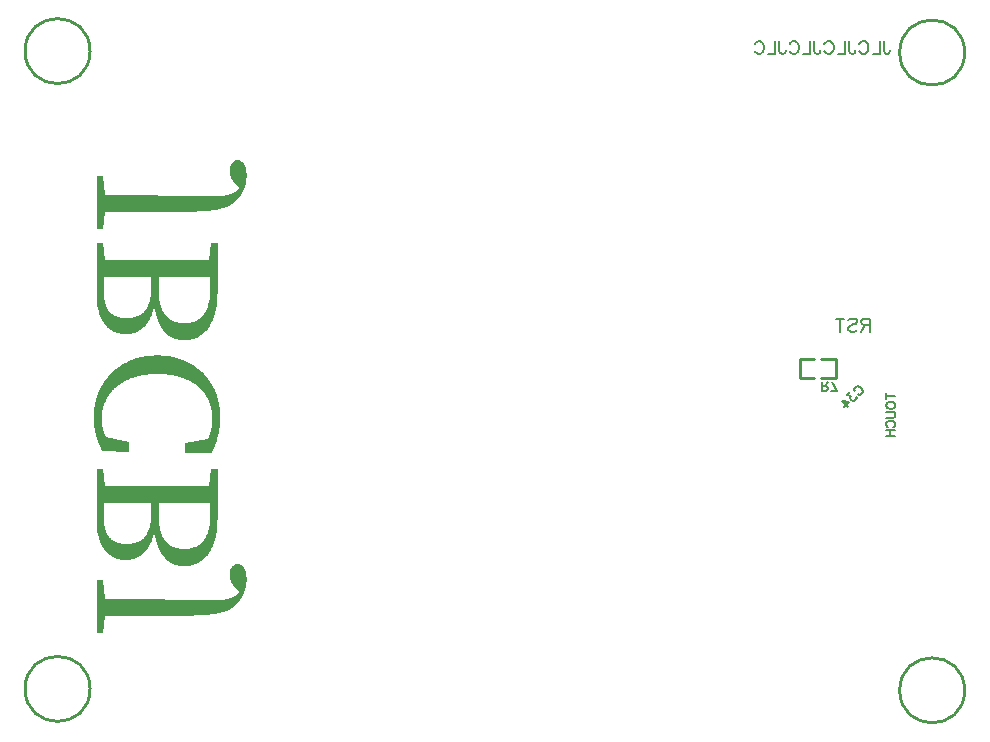
<source format=gbo>
G04 Layer: BottomSilkLayer*
G04 EasyEDA v6.3.39, 2020-04-30T23:39:24+05:30*
G04 1361d28c2fbe473eb46aea13557a18e3,781d2bfaae87481f995808756cab4c07,10*
G04 Gerber Generator version 0.2*
G04 Scale: 100 percent, Rotated: No, Reflected: No *
G04 Dimensions in inches *
G04 leading zeros omitted , absolute positions ,2 integer and 4 decimal *
%FSLAX24Y24*%
%MOIN*%
G90*
G70D02*

%ADD10C,0.010000*%
%ADD48C,0.008000*%
%ADD53C,0.006000*%

%LPD*%
G54D10*
G01X27133Y12211D02*
G01X27133Y11582D01*
G01X26405Y11584D02*
G01X25913Y11584D01*
G01X26405Y12213D02*
G01X25913Y12213D01*
G01X26641Y11582D02*
G01X27133Y11582D01*
G01X26641Y12211D02*
G01X27133Y12211D01*
G01X25913Y12213D02*
G01X25913Y11584D01*
G54D48*
G01X28247Y13570D02*
G01X28247Y13141D01*
G01X28247Y13570D02*
G01X28063Y13570D01*
G01X28001Y13550D01*
G01X27981Y13529D01*
G01X27961Y13488D01*
G01X27961Y13448D01*
G01X27981Y13407D01*
G01X28001Y13386D01*
G01X28063Y13366D01*
G01X28247Y13366D01*
G01X28104Y13366D02*
G01X27961Y13141D01*
G01X27539Y13509D02*
G01X27580Y13550D01*
G01X27641Y13570D01*
G01X27723Y13570D01*
G01X27785Y13550D01*
G01X27826Y13509D01*
G01X27826Y13468D01*
G01X27805Y13427D01*
G01X27785Y13407D01*
G01X27744Y13386D01*
G01X27621Y13345D01*
G01X27580Y13325D01*
G01X27560Y13304D01*
G01X27539Y13263D01*
G01X27539Y13202D01*
G01X27580Y13161D01*
G01X27641Y13141D01*
G01X27723Y13141D01*
G01X27785Y13161D01*
G01X27826Y13202D01*
G01X27261Y13570D02*
G01X27261Y13141D01*
G01X27404Y13570D02*
G01X27118Y13570D01*
G01X28728Y22822D02*
G01X28728Y22494D01*
G01X28748Y22433D01*
G01X28769Y22413D01*
G01X28810Y22392D01*
G01X28851Y22392D01*
G01X28891Y22413D01*
G01X28912Y22433D01*
G01X28932Y22494D01*
G01X28932Y22535D01*
G01X28593Y22822D02*
G01X28593Y22392D01*
G01X28593Y22392D02*
G01X28347Y22392D01*
G01X27906Y22719D02*
G01X27926Y22760D01*
G01X27967Y22801D01*
G01X28008Y22822D01*
G01X28090Y22822D01*
G01X28131Y22801D01*
G01X28171Y22760D01*
G01X28192Y22719D01*
G01X28212Y22658D01*
G01X28212Y22556D01*
G01X28192Y22494D01*
G01X28171Y22454D01*
G01X28131Y22413D01*
G01X28090Y22392D01*
G01X28008Y22392D01*
G01X27967Y22413D01*
G01X27926Y22454D01*
G01X27906Y22494D01*
G01X27566Y22822D02*
G01X27566Y22494D01*
G01X27586Y22433D01*
G01X27607Y22413D01*
G01X27648Y22392D01*
G01X27689Y22392D01*
G01X27730Y22413D01*
G01X27750Y22433D01*
G01X27771Y22494D01*
G01X27771Y22535D01*
G01X27431Y22822D02*
G01X27431Y22392D01*
G01X27431Y22392D02*
G01X27186Y22392D01*
G01X26744Y22719D02*
G01X26764Y22760D01*
G01X26805Y22801D01*
G01X26846Y22822D01*
G01X26928Y22822D01*
G01X26969Y22801D01*
G01X27010Y22760D01*
G01X27030Y22719D01*
G01X27051Y22658D01*
G01X27051Y22556D01*
G01X27030Y22494D01*
G01X27010Y22454D01*
G01X26969Y22413D01*
G01X26928Y22392D01*
G01X26846Y22392D01*
G01X26805Y22413D01*
G01X26764Y22454D01*
G01X26744Y22494D01*
G01X26404Y22822D02*
G01X26404Y22494D01*
G01X26425Y22433D01*
G01X26445Y22413D01*
G01X26486Y22392D01*
G01X26527Y22392D01*
G01X26568Y22413D01*
G01X26588Y22433D01*
G01X26609Y22494D01*
G01X26609Y22535D01*
G01X26269Y22822D02*
G01X26269Y22392D01*
G01X26269Y22392D02*
G01X26024Y22392D01*
G01X25582Y22719D02*
G01X25602Y22760D01*
G01X25643Y22801D01*
G01X25684Y22822D01*
G01X25766Y22822D01*
G01X25807Y22801D01*
G01X25848Y22760D01*
G01X25868Y22719D01*
G01X25889Y22658D01*
G01X25889Y22556D01*
G01X25868Y22494D01*
G01X25848Y22454D01*
G01X25807Y22413D01*
G01X25766Y22392D01*
G01X25684Y22392D01*
G01X25643Y22413D01*
G01X25602Y22454D01*
G01X25582Y22494D01*
G01X25242Y22822D02*
G01X25242Y22494D01*
G01X25263Y22433D01*
G01X25283Y22413D01*
G01X25324Y22392D01*
G01X25365Y22392D01*
G01X25406Y22413D01*
G01X25426Y22433D01*
G01X25447Y22494D01*
G01X25447Y22535D01*
G01X25107Y22822D02*
G01X25107Y22392D01*
G01X25107Y22392D02*
G01X24862Y22392D01*
G01X24420Y22719D02*
G01X24441Y22760D01*
G01X24481Y22801D01*
G01X24522Y22822D01*
G01X24604Y22822D01*
G01X24645Y22801D01*
G01X24686Y22760D01*
G01X24706Y22719D01*
G01X24727Y22658D01*
G01X24727Y22556D01*
G01X24706Y22494D01*
G01X24686Y22454D01*
G01X24645Y22413D01*
G01X24604Y22392D01*
G01X24522Y22392D01*
G01X24481Y22413D01*
G01X24441Y22454D01*
G01X24420Y22494D01*

%LPD*%
G36*
G01X7228Y18861D02*
G01X7206Y18868D01*
G01X7180Y18864D01*
G01X7156Y18858D01*
G01X7133Y18851D01*
G01X7112Y18843D01*
G01X7091Y18834D01*
G01X7072Y18824D01*
G01X7054Y18813D01*
G01X7037Y18801D01*
G01X7007Y18775D01*
G01X6981Y18745D01*
G01X6970Y18728D01*
G01X6960Y18711D01*
G01X6951Y18694D01*
G01X6943Y18675D01*
G01X6936Y18656D01*
G01X6930Y18636D01*
G01X6925Y18616D01*
G01X6921Y18595D01*
G01X6918Y18573D01*
G01X6914Y18529D01*
G01X6914Y18484D01*
G01X6915Y18463D01*
G01X6917Y18442D01*
G01X6920Y18422D01*
G01X6924Y18401D01*
G01X6928Y18381D01*
G01X6934Y18361D01*
G01X6940Y18340D01*
G01X6947Y18320D01*
G01X6955Y18299D01*
G01X6964Y18278D01*
G01X6975Y18258D01*
G01X6986Y18236D01*
G01X6998Y18215D01*
G01X7026Y18171D01*
G01X7042Y18148D01*
G01X7059Y18125D01*
G01X7077Y18101D01*
G01X7096Y18076D01*
G01X7233Y17916D01*
G01X7219Y17902D01*
G01X7205Y17887D01*
G01X7191Y17873D01*
G01X7176Y17860D01*
G01X7161Y17846D01*
G01X7145Y17834D01*
G01X7129Y17821D01*
G01X7113Y17809D01*
G01X7095Y17798D01*
G01X7078Y17787D01*
G01X7059Y17776D01*
G01X7041Y17766D01*
G01X7021Y17756D01*
G01X7002Y17747D01*
G01X6981Y17738D01*
G01X6960Y17730D01*
G01X6916Y17714D01*
G01X6870Y17700D01*
G01X6845Y17694D01*
G01X6821Y17688D01*
G01X6795Y17682D01*
G01X6769Y17677D01*
G01X6742Y17672D01*
G01X6686Y17664D01*
G01X6657Y17660D01*
G01X6627Y17657D01*
G01X6597Y17655D01*
G01X6533Y17651D01*
G01X6500Y17649D01*
G01X6467Y17648D01*
G01X6432Y17648D01*
G01X6397Y17647D01*
G01X6359Y17647D01*
G01X6351Y17648D01*
G01X6259Y17648D01*
G01X6241Y17649D01*
G01X6172Y17649D01*
G01X6162Y17650D01*
G01X6107Y17650D01*
G01X6095Y17651D01*
G01X6047Y17651D01*
G01X6034Y17652D01*
G01X5995Y17652D01*
G01X5982Y17653D01*
G01X5940Y17653D01*
G01X5926Y17654D01*
G01X5881Y17654D01*
G01X5866Y17655D01*
G01X5818Y17655D01*
G01X5802Y17656D01*
G01X5768Y17656D01*
G01X5751Y17657D01*
G01X5716Y17657D01*
G01X5698Y17658D01*
G01X5661Y17658D01*
G01X5642Y17659D01*
G01X5603Y17659D01*
G01X5583Y17660D01*
G01X5542Y17660D01*
G01X5521Y17661D01*
G01X5478Y17661D01*
G01X5457Y17662D01*
G01X5434Y17662D01*
G01X5412Y17663D01*
G01X5366Y17663D01*
G01X5342Y17664D01*
G01X5294Y17664D01*
G01X5269Y17665D01*
G01X5244Y17665D01*
G01X5218Y17666D01*
G01X5166Y17666D01*
G01X5140Y17667D01*
G01X5113Y17667D01*
G01X5085Y17668D01*
G01X5058Y17668D01*
G01X5029Y17669D01*
G01X4972Y17669D01*
G01X4942Y17670D01*
G01X4913Y17670D01*
G01X4882Y17671D01*
G01X4852Y17671D01*
G01X4821Y17672D01*
G01X4789Y17672D01*
G01X4757Y17673D01*
G01X4725Y17673D01*
G01X4692Y17674D01*
G01X4625Y17674D01*
G01X4591Y17675D01*
G01X4556Y17675D01*
G01X4521Y17676D01*
G01X4485Y17676D01*
G01X4449Y17677D01*
G01X4413Y17677D01*
G01X4376Y17678D01*
G01X4338Y17678D01*
G01X4300Y17679D01*
G01X4262Y17679D01*
G01X4223Y17680D01*
G01X4183Y17680D01*
G01X4143Y17681D01*
G01X4103Y17681D01*
G01X4062Y17682D01*
G01X4020Y17682D01*
G01X3979Y17683D01*
G01X3936Y17683D01*
G01X3893Y17684D01*
G01X3849Y17684D01*
G01X3805Y17685D01*
G01X3761Y17685D01*
G01X3716Y17686D01*
G01X3670Y17687D01*
G01X3624Y17687D01*
G01X3577Y17688D01*
G01X3530Y17688D01*
G01X3482Y17689D01*
G01X3433Y17689D01*
G01X3384Y17690D01*
G01X3335Y17690D01*
G01X3285Y17691D01*
G01X3234Y17691D01*
G01X3183Y17692D01*
G01X3131Y17692D01*
G01X3025Y17694D01*
G01X2971Y17694D01*
G01X2917Y17695D01*
G01X2862Y17695D01*
G01X2807Y17696D01*
G01X2751Y17696D01*
G01X2690Y18312D01*
G01X2481Y18312D01*
G01X2481Y16563D01*
G01X2690Y16563D01*
G01X2751Y17124D01*
G01X2775Y17125D01*
G01X2800Y17125D01*
G01X2824Y17126D01*
G01X2849Y17126D01*
G01X2923Y17128D01*
G01X2972Y17128D01*
G01X3021Y17129D01*
G01X3046Y17129D01*
G01X3070Y17130D01*
G01X3120Y17130D01*
G01X3144Y17131D01*
G01X3194Y17131D01*
G01X3219Y17132D01*
G01X3293Y17132D01*
G01X3318Y17133D01*
G01X3442Y17133D01*
G01X3467Y17134D01*
G01X3642Y17134D01*
G01X3667Y17135D01*
G01X5345Y17135D01*
G01X5381Y17136D01*
G01X5520Y17136D01*
G01X5553Y17137D01*
G01X5585Y17137D01*
G01X5617Y17138D01*
G01X5648Y17138D01*
G01X5678Y17139D01*
G01X5708Y17139D01*
G01X5737Y17140D01*
G01X5766Y17140D01*
G01X5794Y17141D01*
G01X5875Y17144D01*
G01X5901Y17145D01*
G01X5976Y17148D01*
G01X6000Y17149D01*
G01X6023Y17151D01*
G01X6046Y17152D01*
G01X6069Y17154D01*
G01X6092Y17155D01*
G01X6114Y17157D01*
G01X6135Y17159D01*
G01X6157Y17160D01*
G01X6178Y17162D01*
G01X6198Y17164D01*
G01X6219Y17166D01*
G01X6259Y17170D01*
G01X6278Y17173D01*
G01X6317Y17178D01*
G01X6391Y17188D01*
G01X6445Y17197D01*
G01X6463Y17201D01*
G01X6481Y17204D01*
G01X6498Y17207D01*
G01X6516Y17211D01*
G01X6533Y17215D01*
G01X6551Y17218D01*
G01X6578Y17224D01*
G01X6604Y17230D01*
G01X6656Y17244D01*
G01X6681Y17251D01*
G01X6706Y17259D01*
G01X6730Y17267D01*
G01X6754Y17276D01*
G01X6778Y17286D01*
G01X6801Y17295D01*
G01X6824Y17305D01*
G01X6847Y17316D01*
G01X6891Y17338D01*
G01X6954Y17374D01*
G01X6974Y17387D01*
G01X6994Y17401D01*
G01X7013Y17414D01*
G01X7033Y17428D01*
G01X7051Y17442D01*
G01X7070Y17457D01*
G01X7087Y17472D01*
G01X7105Y17487D01*
G01X7139Y17519D01*
G01X7155Y17535D01*
G01X7171Y17552D01*
G01X7187Y17568D01*
G01X7202Y17585D01*
G01X7217Y17603D01*
G01X7231Y17620D01*
G01X7259Y17656D01*
G01X7272Y17675D01*
G01X7284Y17693D01*
G01X7297Y17712D01*
G01X7309Y17731D01*
G01X7320Y17751D01*
G01X7332Y17770D01*
G01X7342Y17790D01*
G01X7353Y17810D01*
G01X7363Y17830D01*
G01X7372Y17850D01*
G01X7382Y17871D01*
G01X7390Y17891D01*
G01X7399Y17912D01*
G01X7407Y17933D01*
G01X7421Y17975D01*
G01X7428Y17997D01*
G01X7435Y18018D01*
G01X7440Y18040D01*
G01X7446Y18062D01*
G01X7451Y18083D01*
G01X7456Y18105D01*
G01X7460Y18127D01*
G01X7464Y18150D01*
G01X7468Y18172D01*
G01X7471Y18194D01*
G01X7473Y18216D01*
G01X7476Y18239D01*
G01X7477Y18261D01*
G01X7479Y18284D01*
G01X7480Y18306D01*
G01X7481Y18329D01*
G01X7481Y18376D01*
G01X7480Y18401D01*
G01X7479Y18425D01*
G01X7477Y18449D01*
G01X7471Y18497D01*
G01X7468Y18520D01*
G01X7464Y18543D01*
G01X7459Y18566D01*
G01X7447Y18610D01*
G01X7440Y18631D01*
G01X7432Y18652D01*
G01X7424Y18672D01*
G01X7404Y18710D01*
G01X7393Y18728D01*
G01X7381Y18745D01*
G01X7368Y18762D01*
G01X7354Y18777D01*
G01X7339Y18792D01*
G01X7323Y18806D01*
G01X7306Y18819D01*
G01X7288Y18831D01*
G01X7269Y18842D01*
G01X7249Y18852D01*
G01X7228Y18861D01*
G37*

%LPD*%
G36*
G01X2690Y16090D02*
G01X2481Y16090D01*
G01X2481Y14337D01*
G01X2484Y14244D01*
G01X2486Y14213D01*
G01X2490Y14153D01*
G01X2496Y14095D01*
G01X2499Y14067D01*
G01X2503Y14038D01*
G01X2507Y14011D01*
G01X2512Y13983D01*
G01X2522Y13929D01*
G01X2534Y13877D01*
G01X2546Y13827D01*
G01X2553Y13802D01*
G01X2561Y13778D01*
G01X2568Y13754D01*
G01X2576Y13730D01*
G01X2584Y13707D01*
G01X2593Y13684D01*
G01X2601Y13662D01*
G01X2611Y13640D01*
G01X2620Y13618D01*
G01X2640Y13576D01*
G01X2650Y13556D01*
G01X2672Y13516D01*
G01X2694Y13478D01*
G01X2730Y13424D01*
G01X2756Y13390D01*
G01X2782Y13358D01*
G01X2796Y13342D01*
G01X2824Y13312D01*
G01X2838Y13298D01*
G01X2868Y13270D01*
G01X2883Y13257D01*
G01X2899Y13244D01*
G01X2914Y13232D01*
G01X2946Y13208D01*
G01X2963Y13197D01*
G01X2979Y13187D01*
G01X2996Y13176D01*
G01X3013Y13166D01*
G01X3030Y13157D01*
G01X3066Y13139D01*
G01X3083Y13131D01*
G01X3102Y13123D01*
G01X3138Y13109D01*
G01X3157Y13102D01*
G01X3195Y13090D01*
G01X3214Y13085D01*
G01X3234Y13080D01*
G01X3254Y13076D01*
G01X3273Y13072D01*
G01X3293Y13068D01*
G01X3314Y13065D01*
G01X3334Y13062D01*
G01X3355Y13060D01*
G01X3375Y13058D01*
G01X3396Y13056D01*
G01X3417Y13055D01*
G01X3438Y13055D01*
G01X3460Y13054D01*
G01X3479Y13055D01*
G01X3499Y13055D01*
G01X3518Y13056D01*
G01X3538Y13058D01*
G01X3557Y13059D01*
G01X3576Y13062D01*
G01X3596Y13064D01*
G01X3615Y13068D01*
G01X3634Y13071D01*
G01X3672Y13079D01*
G01X3691Y13084D01*
G01X3709Y13090D01*
G01X3728Y13095D01*
G01X3746Y13101D01*
G01X3765Y13108D01*
G01X3783Y13115D01*
G01X3837Y13139D01*
G01X3855Y13148D01*
G01X3872Y13157D01*
G01X3889Y13167D01*
G01X3907Y13177D01*
G01X3941Y13199D01*
G01X3957Y13211D01*
G01X3974Y13223D01*
G01X4006Y13249D01*
G01X4038Y13277D01*
G01X4054Y13292D01*
G01X4069Y13307D01*
G01X4099Y13339D01*
G01X4114Y13356D01*
G01X4128Y13373D01*
G01X4143Y13391D01*
G01X4156Y13409D01*
G01X4184Y13447D01*
G01X4210Y13487D01*
G01X4223Y13508D01*
G01X4259Y13574D01*
G01X4271Y13597D01*
G01X4293Y13645D01*
G01X4303Y13670D01*
G01X4314Y13695D01*
G01X4334Y13747D01*
G01X4343Y13774D01*
G01X4361Y13830D01*
G01X4377Y13888D01*
G01X4385Y13918D01*
G01X4406Y14011D01*
G01X4411Y13978D01*
G01X4416Y13944D01*
G01X4422Y13912D01*
G01X4428Y13879D01*
G01X4434Y13848D01*
G01X4441Y13817D01*
G01X4447Y13786D01*
G01X4455Y13756D01*
G01X4462Y13726D01*
G01X4470Y13697D01*
G01X4486Y13641D01*
G01X4504Y13587D01*
G01X4513Y13561D01*
G01X4523Y13535D01*
G01X4532Y13509D01*
G01X4542Y13485D01*
G01X4553Y13460D01*
G01X4563Y13437D01*
G01X4574Y13413D01*
G01X4585Y13391D01*
G01X4597Y13368D01*
G01X4608Y13347D01*
G01X4620Y13325D01*
G01X4632Y13305D01*
G01X4645Y13284D01*
G01X4658Y13265D01*
G01X4670Y13245D01*
G01X4684Y13227D01*
G01X4697Y13208D01*
G01X4711Y13191D01*
G01X4724Y13173D01*
G01X4738Y13156D01*
G01X4753Y13140D01*
G01X4767Y13124D01*
G01X4812Y13079D01*
G01X4827Y13066D01*
G01X4843Y13052D01*
G01X4875Y13026D01*
G01X4907Y13002D01*
G01X4941Y12980D01*
G01X4975Y12960D01*
G01X5009Y12942D01*
G01X5027Y12933D01*
G01X5063Y12917D01*
G01X5099Y12903D01*
G01X5137Y12891D01*
G01X5155Y12886D01*
G01X5174Y12880D01*
G01X5194Y12876D01*
G01X5232Y12868D01*
G01X5252Y12864D01*
G01X5271Y12861D01*
G01X5291Y12859D01*
G01X5311Y12856D01*
G01X5331Y12855D01*
G01X5351Y12853D01*
G01X5372Y12852D01*
G01X5392Y12852D01*
G01X5413Y12851D01*
G01X5430Y12852D01*
G01X5447Y12852D01*
G01X5464Y12853D01*
G01X5482Y12854D01*
G01X5499Y12855D01*
G01X5567Y12863D01*
G01X5601Y12869D01*
G01X5669Y12885D01*
G01X5685Y12890D01*
G01X5719Y12900D01*
G01X5735Y12906D01*
G01X5752Y12912D01*
G01X5768Y12918D01*
G01X5784Y12925D01*
G01X5801Y12932D01*
G01X5817Y12939D01*
G01X5849Y12954D01*
G01X5865Y12963D01*
G01X5880Y12971D01*
G01X5896Y12980D01*
G01X5912Y12990D01*
G01X5927Y12999D01*
G01X5942Y13009D01*
G01X5958Y13020D01*
G01X5973Y13030D01*
G01X5988Y13041D01*
G01X6003Y13053D01*
G01X6017Y13065D01*
G01X6032Y13077D01*
G01X6046Y13089D01*
G01X6061Y13102D01*
G01X6075Y13115D01*
G01X6089Y13129D01*
G01X6102Y13143D01*
G01X6116Y13157D01*
G01X6130Y13172D01*
G01X6156Y13202D01*
G01X6182Y13234D01*
G01X6194Y13250D01*
G01X6207Y13267D01*
G01X6219Y13284D01*
G01X6255Y13338D01*
G01X6277Y13376D01*
G01X6310Y13436D01*
G01X6330Y13478D01*
G01X6350Y13522D01*
G01X6359Y13544D01*
G01X6377Y13590D01*
G01X6395Y13638D01*
G01X6403Y13662D01*
G01X6411Y13687D01*
G01X6418Y13712D01*
G01X6426Y13738D01*
G01X6440Y13790D01*
G01X6452Y13844D01*
G01X6464Y13900D01*
G01X6470Y13929D01*
G01X6475Y13958D01*
G01X6479Y13987D01*
G01X6484Y14017D01*
G01X6488Y14048D01*
G01X6492Y14078D01*
G01X6496Y14110D01*
G01X6499Y14141D01*
G01X6502Y14173D01*
G01X6508Y14272D01*
G01X6510Y14306D01*
G01X6511Y14341D01*
G01X6512Y14375D01*
G01X6513Y14411D01*
G01X6513Y16090D01*
G01X6304Y16090D01*
G01X6243Y15529D01*
G01X6218Y15529D01*
G01X6168Y15528D01*
G01X6143Y15527D01*
G01X6068Y15526D01*
G01X6043Y15526D01*
G01X5993Y15525D01*
G01X5967Y15525D01*
G01X5942Y15524D01*
G01X5892Y15524D01*
G01X5867Y15523D01*
G01X5817Y15523D01*
G01X5792Y15522D01*
G01X5691Y15522D01*
G01X5666Y15521D01*
G01X5591Y15521D01*
G01X5540Y15520D01*
G01X5389Y15520D01*
G01X5364Y15519D01*
G01X4985Y15519D01*
G01X4960Y15518D01*
G01X4016Y15518D01*
G01X3991Y15519D01*
G01X3618Y15519D01*
G01X3593Y15520D01*
G01X3494Y15520D01*
G01X3395Y15521D01*
G01X3320Y15521D01*
G01X3296Y15522D01*
G01X3196Y15522D01*
G01X3172Y15523D01*
G01X3122Y15523D01*
G01X3097Y15524D01*
G01X3048Y15524D01*
G01X3023Y15525D01*
G01X2998Y15525D01*
G01X2924Y15526D01*
G01X2899Y15527D01*
G01X2850Y15527D01*
G01X2825Y15528D01*
G01X2800Y15528D01*
G01X2776Y15529D01*
G01X2751Y15529D01*
G01X2690Y16090D01*
G37*

%LPC*%
G36*
G01X5315Y14968D02*
G01X4549Y14968D01*
G01X4549Y14557D01*
G01X4550Y14526D01*
G01X4551Y14494D01*
G01X4553Y14464D01*
G01X4554Y14433D01*
G01X4556Y14403D01*
G01X4558Y14374D01*
G01X4561Y14345D01*
G01X4567Y14289D01*
G01X4571Y14261D01*
G01X4574Y14234D01*
G01X4578Y14208D01*
G01X4588Y14156D01*
G01X4593Y14131D01*
G01X4598Y14107D01*
G01X4603Y14082D01*
G01X4609Y14059D01*
G01X4616Y14035D01*
G01X4622Y14013D01*
G01X4629Y13990D01*
G01X4636Y13968D01*
G01X4643Y13947D01*
G01X4651Y13926D01*
G01X4667Y13886D01*
G01X4676Y13866D01*
G01X4694Y13828D01*
G01X4704Y13810D01*
G01X4713Y13792D01*
G01X4723Y13775D01*
G01X4745Y13741D01*
G01X4767Y13709D01*
G01X4779Y13694D01*
G01X4790Y13679D01*
G01X4803Y13665D01*
G01X4815Y13651D01*
G01X4854Y13612D01*
G01X4882Y13588D01*
G01X4896Y13577D01*
G01X4926Y13555D01*
G01X4941Y13545D01*
G01X4957Y13535D01*
G01X4972Y13526D01*
G01X4989Y13517D01*
G01X5005Y13509D01*
G01X5039Y13493D01*
G01X5073Y13479D01*
G01X5091Y13473D01*
G01X5110Y13467D01*
G01X5128Y13461D01*
G01X5166Y13451D01*
G01X5185Y13447D01*
G01X5225Y13439D01*
G01X5245Y13436D01*
G01X5266Y13433D01*
G01X5286Y13430D01*
G01X5308Y13428D01*
G01X5329Y13426D01*
G01X5373Y13424D01*
G01X5395Y13424D01*
G01X5418Y13423D01*
G01X5441Y13424D01*
G01X5463Y13424D01*
G01X5485Y13425D01*
G01X5529Y13429D01*
G01X5550Y13431D01*
G01X5571Y13434D01*
G01X5592Y13438D01*
G01X5612Y13441D01*
G01X5633Y13446D01*
G01X5652Y13450D01*
G01X5672Y13455D01*
G01X5729Y13473D01*
G01X5747Y13480D01*
G01X5765Y13488D01*
G01X5783Y13495D01*
G01X5801Y13504D01*
G01X5818Y13512D01*
G01X5835Y13521D01*
G01X5883Y13551D01*
G01X5899Y13562D01*
G01X5914Y13573D01*
G01X5944Y13597D01*
G01X5959Y13610D01*
G01X5973Y13623D01*
G01X6000Y13650D01*
G01X6013Y13664D01*
G01X6026Y13679D01*
G01X6038Y13694D01*
G01X6051Y13710D01*
G01X6062Y13726D01*
G01X6074Y13743D01*
G01X6096Y13777D01*
G01X6107Y13795D01*
G01X6117Y13813D01*
G01X6137Y13851D01*
G01X6146Y13870D01*
G01X6155Y13890D01*
G01X6164Y13911D01*
G01X6180Y13953D01*
G01X6188Y13975D01*
G01X6202Y14019D01*
G01X6209Y14042D01*
G01X6227Y14114D01*
G01X6237Y14164D01*
G01X6241Y14190D01*
G01X6246Y14216D01*
G01X6250Y14242D01*
G01X6253Y14269D01*
G01X6257Y14296D01*
G01X6260Y14324D01*
G01X6262Y14352D01*
G01X6265Y14381D01*
G01X6266Y14410D01*
G01X6268Y14439D01*
G01X6269Y14469D01*
G01X6270Y14500D01*
G01X6271Y14530D01*
G01X6271Y14957D01*
G01X6247Y14958D01*
G01X6223Y14958D01*
G01X6175Y14959D01*
G01X6150Y14960D01*
G01X6102Y14960D01*
G01X6078Y14961D01*
G01X6006Y14962D01*
G01X5981Y14962D01*
G01X5957Y14963D01*
G01X5884Y14963D01*
G01X5860Y14964D01*
G01X5811Y14964D01*
G01X5787Y14965D01*
G01X5689Y14965D01*
G01X5664Y14966D01*
G01X5540Y14966D01*
G01X5515Y14967D01*
G01X5340Y14967D01*
G01X5315Y14968D01*
G37*
G36*
G01X4302Y14968D02*
G01X3628Y14968D01*
G01X3603Y14967D01*
G01X3454Y14967D01*
G01X3404Y14966D01*
G01X3281Y14966D01*
G01X3256Y14965D01*
G01X3182Y14965D01*
G01X3157Y14964D01*
G01X3108Y14964D01*
G01X3084Y14963D01*
G01X3035Y14963D01*
G01X3010Y14962D01*
G01X2961Y14962D01*
G01X2839Y14960D01*
G01X2815Y14959D01*
G01X2791Y14959D01*
G01X2766Y14958D01*
G01X2742Y14958D01*
G01X2718Y14957D01*
G01X2718Y14476D01*
G01X2720Y14420D01*
G01X2722Y14392D01*
G01X2726Y14338D01*
G01X2729Y14312D01*
G01X2731Y14287D01*
G01X2735Y14261D01*
G01X2738Y14237D01*
G01X2746Y14189D01*
G01X2751Y14165D01*
G01X2756Y14143D01*
G01X2761Y14120D01*
G01X2767Y14098D01*
G01X2773Y14077D01*
G01X2780Y14056D01*
G01X2786Y14036D01*
G01X2794Y14016D01*
G01X2801Y13996D01*
G01X2817Y13958D01*
G01X2826Y13940D01*
G01X2835Y13923D01*
G01X2845Y13906D01*
G01X2854Y13889D01*
G01X2865Y13873D01*
G01X2875Y13857D01*
G01X2886Y13841D01*
G01X2898Y13827D01*
G01X2909Y13812D01*
G01X2922Y13798D01*
G01X2934Y13785D01*
G01X2947Y13772D01*
G01X2961Y13759D01*
G01X2974Y13747D01*
G01X2989Y13735D01*
G01X3003Y13724D01*
G01X3018Y13714D01*
G01X3034Y13703D01*
G01X3049Y13693D01*
G01X3066Y13684D01*
G01X3082Y13675D01*
G01X3100Y13667D01*
G01X3117Y13659D01*
G01X3135Y13651D01*
G01X3153Y13644D01*
G01X3191Y13632D01*
G01X3211Y13626D01*
G01X3231Y13621D01*
G01X3252Y13616D01*
G01X3294Y13608D01*
G01X3316Y13604D01*
G01X3338Y13602D01*
G01X3361Y13599D01*
G01X3384Y13597D01*
G01X3408Y13595D01*
G01X3432Y13594D01*
G01X3457Y13594D01*
G01X3482Y13593D01*
G01X3506Y13594D01*
G01X3531Y13594D01*
G01X3554Y13595D01*
G01X3578Y13597D01*
G01X3601Y13599D01*
G01X3623Y13601D01*
G01X3667Y13607D01*
G01X3689Y13611D01*
G01X3710Y13615D01*
G01X3731Y13620D01*
G01X3771Y13630D01*
G01X3809Y13642D01*
G01X3847Y13656D01*
G01X3865Y13664D01*
G01X3882Y13672D01*
G01X3900Y13681D01*
G01X3916Y13690D01*
G01X3933Y13699D01*
G01X3949Y13709D01*
G01X3965Y13720D01*
G01X3980Y13730D01*
G01X4010Y13754D01*
G01X4024Y13766D01*
G01X4052Y13792D01*
G01X4065Y13805D01*
G01X4078Y13820D01*
G01X4090Y13834D01*
G01X4102Y13849D01*
G01X4114Y13865D01*
G01X4136Y13897D01*
G01X4147Y13914D01*
G01X4157Y13931D01*
G01X4167Y13949D01*
G01X4177Y13968D01*
G01X4195Y14006D01*
G01X4211Y14046D01*
G01X4219Y14067D01*
G01X4226Y14088D01*
G01X4240Y14132D01*
G01X4247Y14155D01*
G01X4253Y14178D01*
G01X4258Y14202D01*
G01X4264Y14226D01*
G01X4268Y14251D01*
G01X4273Y14276D01*
G01X4281Y14328D01*
G01X4285Y14355D01*
G01X4288Y14382D01*
G01X4294Y14438D01*
G01X4296Y14466D01*
G01X4298Y14496D01*
G01X4299Y14525D01*
G01X4300Y14556D01*
G01X4301Y14586D01*
G01X4302Y14618D01*
G01X4302Y14968D01*
G37*

%LPD*%
G36*
G01X4544Y12345D02*
G01X4443Y12345D01*
G01X4417Y12344D01*
G01X4342Y12341D01*
G01X4242Y12333D01*
G01X4218Y12330D01*
G01X4194Y12328D01*
G01X4169Y12325D01*
G01X4145Y12321D01*
G01X4121Y12318D01*
G01X4073Y12310D01*
G01X4050Y12306D01*
G01X4026Y12301D01*
G01X4003Y12297D01*
G01X3979Y12292D01*
G01X3956Y12287D01*
G01X3933Y12281D01*
G01X3910Y12276D01*
G01X3887Y12270D01*
G01X3865Y12264D01*
G01X3842Y12257D01*
G01X3820Y12251D01*
G01X3797Y12244D01*
G01X3731Y12223D01*
G01X3709Y12215D01*
G01X3688Y12207D01*
G01X3666Y12199D01*
G01X3624Y12183D01*
G01X3540Y12147D01*
G01X3520Y12138D01*
G01X3500Y12128D01*
G01X3479Y12118D01*
G01X3459Y12108D01*
G01X3420Y12087D01*
G01X3400Y12077D01*
G01X3362Y12055D01*
G01X3342Y12043D01*
G01X3323Y12032D01*
G01X3305Y12020D01*
G01X3286Y12008D01*
G01X3268Y11996D01*
G01X3249Y11984D01*
G01X3231Y11972D01*
G01X3195Y11946D01*
G01X3178Y11933D01*
G01X3160Y11920D01*
G01X3126Y11893D01*
G01X3109Y11880D01*
G01X3075Y11852D01*
G01X3059Y11838D01*
G01X3042Y11823D01*
G01X3026Y11809D01*
G01X2994Y11779D01*
G01X2979Y11764D01*
G01X2963Y11749D01*
G01X2933Y11717D01*
G01X2903Y11686D01*
G01X2875Y11653D01*
G01X2860Y11637D01*
G01X2846Y11620D01*
G01X2833Y11604D01*
G01X2819Y11587D01*
G01X2806Y11570D01*
G01X2792Y11552D01*
G01X2779Y11535D01*
G01X2767Y11518D01*
G01X2754Y11500D01*
G01X2742Y11482D01*
G01X2729Y11464D01*
G01X2705Y11428D01*
G01X2694Y11409D01*
G01X2682Y11391D01*
G01X2649Y11334D01*
G01X2639Y11315D01*
G01X2618Y11276D01*
G01X2608Y11256D01*
G01X2598Y11237D01*
G01X2588Y11217D01*
G01X2561Y11157D01*
G01X2552Y11136D01*
G01X2544Y11116D01*
G01X2535Y11095D01*
G01X2519Y11053D01*
G01X2512Y11032D01*
G01X2504Y11011D01*
G01X2497Y10990D01*
G01X2490Y10968D01*
G01X2483Y10947D01*
G01X2477Y10925D01*
G01X2470Y10904D01*
G01X2458Y10860D01*
G01X2453Y10838D01*
G01X2447Y10815D01*
G01X2442Y10793D01*
G01X2437Y10770D01*
G01X2432Y10748D01*
G01X2423Y10702D01*
G01X2419Y10680D01*
G01X2416Y10657D01*
G01X2409Y10610D01*
G01X2406Y10587D01*
G01X2403Y10563D01*
G01X2400Y10540D01*
G01X2398Y10516D01*
G01X2396Y10493D01*
G01X2392Y10445D01*
G01X2389Y10373D01*
G01X2388Y10348D01*
G01X2388Y10256D01*
G01X2389Y10234D01*
G01X2389Y10211D01*
G01X2391Y10167D01*
G01X2392Y10144D01*
G01X2394Y10121D01*
G01X2395Y10098D01*
G01X2399Y10052D01*
G01X2402Y10029D01*
G01X2404Y10006D01*
G01X2407Y9982D01*
G01X2410Y9959D01*
G01X2413Y9935D01*
G01X2421Y9887D01*
G01X2425Y9864D01*
G01X2429Y9840D01*
G01X2434Y9815D01*
G01X2444Y9767D01*
G01X2450Y9743D01*
G01X2455Y9718D01*
G01X2462Y9694D01*
G01X2468Y9670D01*
G01X2482Y9620D01*
G01X2489Y9596D01*
G01X2505Y9546D01*
G01X2514Y9522D01*
G01X2522Y9497D01*
G01X2531Y9472D01*
G01X2541Y9447D01*
G01X2551Y9423D01*
G01X2561Y9398D01*
G01X2594Y9323D01*
G01X2618Y9273D01*
G01X2630Y9249D01*
G01X2643Y9224D01*
G01X2685Y9149D01*
G01X3570Y9138D01*
G01X3570Y9468D01*
G01X2800Y9617D01*
G01X2787Y9643D01*
G01X2775Y9670D01*
G01X2764Y9696D01*
G01X2753Y9721D01*
G01X2742Y9747D01*
G01X2715Y9825D01*
G01X2707Y9850D01*
G01X2693Y9902D01*
G01X2687Y9927D01*
G01X2681Y9953D01*
G01X2676Y9978D01*
G01X2671Y10004D01*
G01X2667Y10029D01*
G01X2663Y10055D01*
G01X2660Y10080D01*
G01X2658Y10106D01*
G01X2656Y10131D01*
G01X2654Y10157D01*
G01X2653Y10182D01*
G01X2652Y10208D01*
G01X2652Y10275D01*
G01X2653Y10295D01*
G01X2654Y10316D01*
G01X2655Y10336D01*
G01X2657Y10357D01*
G01X2658Y10377D01*
G01X2660Y10397D01*
G01X2663Y10417D01*
G01X2665Y10437D01*
G01X2674Y10497D01*
G01X2678Y10516D01*
G01X2682Y10536D01*
G01X2686Y10555D01*
G01X2690Y10575D01*
G01X2710Y10651D01*
G01X2716Y10670D01*
G01X2722Y10688D01*
G01X2728Y10707D01*
G01X2735Y10726D01*
G01X2741Y10744D01*
G01X2748Y10762D01*
G01X2756Y10780D01*
G01X2763Y10798D01*
G01X2779Y10834D01*
G01X2796Y10869D01*
G01X2805Y10887D01*
G01X2823Y10921D01*
G01X2833Y10938D01*
G01X2842Y10955D01*
G01X2853Y10972D01*
G01X2863Y10989D01*
G01X2874Y11005D01*
G01X2884Y11021D01*
G01X2895Y11038D01*
G01X2907Y11054D01*
G01X2918Y11070D01*
G01X2930Y11085D01*
G01X2942Y11101D01*
G01X2955Y11116D01*
G01X2968Y11132D01*
G01X2980Y11147D01*
G01X2994Y11162D01*
G01X3007Y11177D01*
G01X3021Y11191D01*
G01X3034Y11206D01*
G01X3049Y11220D01*
G01X3063Y11235D01*
G01X3078Y11249D01*
G01X3093Y11262D01*
G01X3123Y11290D01*
G01X3187Y11342D01*
G01X3221Y11367D01*
G01X3255Y11391D01*
G01X3309Y11427D01*
G01X3327Y11438D01*
G01X3384Y11471D01*
G01X3403Y11481D01*
G01X3423Y11492D01*
G01X3483Y11522D01*
G01X3525Y11540D01*
G01X3546Y11550D01*
G01X3567Y11558D01*
G01X3611Y11576D01*
G01X3677Y11600D01*
G01X3700Y11607D01*
G01X3723Y11615D01*
G01X3746Y11622D01*
G01X3770Y11629D01*
G01X3794Y11635D01*
G01X3818Y11642D01*
G01X3866Y11654D01*
G01X3916Y11665D01*
G01X3941Y11671D01*
G01X3966Y11676D01*
G01X3992Y11681D01*
G01X4070Y11693D01*
G01X4124Y11701D01*
G01X4178Y11707D01*
G01X4206Y11710D01*
G01X4233Y11712D01*
G01X4261Y11715D01*
G01X4290Y11717D01*
G01X4318Y11719D01*
G01X4434Y11723D01*
G01X4556Y11723D01*
G01X4676Y11719D01*
G01X4706Y11717D01*
G01X4764Y11713D01*
G01X4793Y11710D01*
G01X4905Y11698D01*
G01X4933Y11694D01*
G01X4987Y11686D01*
G01X5014Y11681D01*
G01X5092Y11666D01*
G01X5118Y11660D01*
G01X5143Y11655D01*
G01X5193Y11643D01*
G01X5218Y11636D01*
G01X5242Y11629D01*
G01X5266Y11623D01*
G01X5290Y11615D01*
G01X5314Y11608D01*
G01X5337Y11600D01*
G01X5360Y11593D01*
G01X5383Y11585D01*
G01X5405Y11576D01*
G01X5428Y11568D01*
G01X5450Y11559D01*
G01X5471Y11550D01*
G01X5493Y11541D01*
G01X5514Y11531D01*
G01X5535Y11522D01*
G01X5556Y11512D01*
G01X5576Y11502D01*
G01X5616Y11481D01*
G01X5636Y11471D01*
G01X5655Y11460D01*
G01X5675Y11449D01*
G01X5693Y11437D01*
G01X5712Y11426D01*
G01X5784Y11378D01*
G01X5835Y11339D01*
G01X5883Y11300D01*
G01X5899Y11286D01*
G01X5944Y11244D01*
G01X5973Y11215D01*
G01X6001Y11185D01*
G01X6014Y11170D01*
G01X6027Y11154D01*
G01X6040Y11139D01*
G01X6053Y11123D01*
G01X6089Y11075D01*
G01X6101Y11058D01*
G01X6112Y11042D01*
G01X6123Y11025D01*
G01X6144Y10991D01*
G01X6155Y10974D01*
G01X6165Y10957D01*
G01X6174Y10939D01*
G01X6184Y10921D01*
G01X6193Y10903D01*
G01X6201Y10885D01*
G01X6210Y10867D01*
G01X6218Y10849D01*
G01X6226Y10830D01*
G01X6234Y10812D01*
G01X6241Y10793D01*
G01X6249Y10774D01*
G01X6262Y10736D01*
G01X6268Y10716D01*
G01X6274Y10697D01*
G01X6286Y10657D01*
G01X6301Y10597D01*
G01X6305Y10576D01*
G01X6309Y10556D01*
G01X6313Y10535D01*
G01X6316Y10515D01*
G01X6320Y10494D01*
G01X6323Y10473D01*
G01X6325Y10451D01*
G01X6328Y10430D01*
G01X6330Y10409D01*
G01X6332Y10387D01*
G01X6333Y10366D01*
G01X6335Y10344D01*
G01X6336Y10322D01*
G01X6336Y10300D01*
G01X6337Y10278D01*
G01X6337Y10231D01*
G01X6336Y10207D01*
G01X6335Y10182D01*
G01X6334Y10158D01*
G01X6331Y10109D01*
G01X6329Y10084D01*
G01X6327Y10060D01*
G01X6324Y10035D01*
G01X6320Y10010D01*
G01X6317Y9985D01*
G01X6313Y9960D01*
G01X6308Y9936D01*
G01X6304Y9911D01*
G01X6298Y9886D01*
G01X6293Y9861D01*
G01X6287Y9836D01*
G01X6273Y9786D01*
G01X6249Y9711D01*
G01X6240Y9687D01*
G01X6231Y9662D01*
G01X6221Y9637D01*
G01X6188Y9562D01*
G01X5424Y9413D01*
G01X5424Y9083D01*
G01X6309Y9094D01*
G01X6320Y9116D01*
G01X6332Y9138D01*
G01X6343Y9159D01*
G01X6354Y9181D01*
G01X6364Y9203D01*
G01X6375Y9225D01*
G01X6395Y9269D01*
G01X6404Y9291D01*
G01X6414Y9313D01*
G01X6423Y9335D01*
G01X6432Y9358D01*
G01X6440Y9380D01*
G01X6449Y9403D01*
G01X6457Y9425D01*
G01X6465Y9448D01*
G01X6480Y9493D01*
G01X6487Y9516D01*
G01X6501Y9561D01*
G01X6508Y9584D01*
G01X6526Y9653D01*
G01X6531Y9676D01*
G01X6537Y9699D01*
G01X6542Y9723D01*
G01X6547Y9746D01*
G01X6551Y9769D01*
G01X6556Y9793D01*
G01X6560Y9816D01*
G01X6568Y9864D01*
G01X6572Y9887D01*
G01X6581Y9959D01*
G01X6586Y10007D01*
G01X6589Y10031D01*
G01X6593Y10079D01*
G01X6594Y10103D01*
G01X6596Y10128D01*
G01X6598Y10176D01*
G01X6599Y10201D01*
G01X6600Y10225D01*
G01X6601Y10275D01*
G01X6601Y10324D01*
G01X6600Y10348D01*
G01X6600Y10373D01*
G01X6597Y10445D01*
G01X6591Y10517D01*
G01X6589Y10540D01*
G01X6587Y10564D01*
G01X6581Y10610D01*
G01X6578Y10634D01*
G01X6575Y10657D01*
G01X6568Y10702D01*
G01X6564Y10725D01*
G01X6560Y10747D01*
G01X6555Y10770D01*
G01X6551Y10792D01*
G01X6541Y10836D01*
G01X6535Y10858D01*
G01X6530Y10880D01*
G01X6524Y10902D01*
G01X6518Y10923D01*
G01X6512Y10945D01*
G01X6506Y10966D01*
G01X6499Y10987D01*
G01X6486Y11029D01*
G01X6479Y11050D01*
G01X6471Y11071D01*
G01X6464Y11091D01*
G01X6456Y11111D01*
G01X6448Y11132D01*
G01X6440Y11152D01*
G01X6431Y11172D01*
G01X6423Y11192D01*
G01X6414Y11211D01*
G01X6405Y11231D01*
G01X6396Y11250D01*
G01X6377Y11289D01*
G01X6367Y11308D01*
G01X6357Y11326D01*
G01X6337Y11364D01*
G01X6315Y11400D01*
G01X6305Y11418D01*
G01X6293Y11436D01*
G01X6271Y11472D01*
G01X6259Y11489D01*
G01X6247Y11507D01*
G01X6223Y11541D01*
G01X6210Y11558D01*
G01X6198Y11575D01*
G01X6185Y11591D01*
G01X6172Y11608D01*
G01X6159Y11624D01*
G01X6145Y11640D01*
G01X6132Y11656D01*
G01X6104Y11688D01*
G01X6076Y11718D01*
G01X6062Y11734D01*
G01X6047Y11749D01*
G01X6032Y11763D01*
G01X6018Y11778D01*
G01X6002Y11793D01*
G01X5972Y11821D01*
G01X5940Y11849D01*
G01X5908Y11876D01*
G01X5876Y11902D01*
G01X5825Y11941D01*
G01X5791Y11965D01*
G01X5774Y11978D01*
G01X5756Y11989D01*
G01X5738Y12001D01*
G01X5721Y12013D01*
G01X5703Y12024D01*
G01X5684Y12035D01*
G01X5666Y12046D01*
G01X5647Y12057D01*
G01X5629Y12068D01*
G01X5572Y12098D01*
G01X5533Y12118D01*
G01X5514Y12127D01*
G01X5494Y12137D01*
G01X5434Y12164D01*
G01X5414Y12172D01*
G01X5393Y12180D01*
G01X5373Y12189D01*
G01X5352Y12197D01*
G01X5331Y12204D01*
G01X5310Y12212D01*
G01X5268Y12226D01*
G01X5246Y12233D01*
G01X5225Y12240D01*
G01X5203Y12247D01*
G01X5115Y12271D01*
G01X5093Y12276D01*
G01X5070Y12282D01*
G01X5025Y12292D01*
G01X4979Y12301D01*
G01X4933Y12309D01*
G01X4909Y12313D01*
G01X4886Y12317D01*
G01X4862Y12320D01*
G01X4839Y12323D01*
G01X4767Y12332D01*
G01X4742Y12334D01*
G01X4694Y12338D01*
G01X4644Y12341D01*
G01X4620Y12343D01*
G01X4595Y12344D01*
G01X4570Y12344D01*
G01X4544Y12345D01*
G37*

%LPD*%
G36*
G01X2690Y8561D02*
G01X2481Y8561D01*
G01X2481Y6807D01*
G01X2484Y6714D01*
G01X2486Y6683D01*
G01X2490Y6623D01*
G01X2496Y6565D01*
G01X2499Y6537D01*
G01X2503Y6508D01*
G01X2507Y6481D01*
G01X2512Y6453D01*
G01X2517Y6426D01*
G01X2522Y6400D01*
G01X2528Y6373D01*
G01X2534Y6347D01*
G01X2546Y6297D01*
G01X2553Y6272D01*
G01X2561Y6248D01*
G01X2568Y6224D01*
G01X2576Y6200D01*
G01X2584Y6177D01*
G01X2593Y6154D01*
G01X2601Y6132D01*
G01X2611Y6110D01*
G01X2620Y6089D01*
G01X2630Y6067D01*
G01X2640Y6047D01*
G01X2650Y6026D01*
G01X2661Y6006D01*
G01X2672Y5987D01*
G01X2683Y5967D01*
G01X2694Y5949D01*
G01X2706Y5930D01*
G01X2718Y5912D01*
G01X2730Y5895D01*
G01X2743Y5877D01*
G01X2756Y5861D01*
G01X2769Y5844D01*
G01X2782Y5828D01*
G01X2796Y5813D01*
G01X2810Y5797D01*
G01X2824Y5783D01*
G01X2838Y5768D01*
G01X2853Y5754D01*
G01X2883Y5728D01*
G01X2899Y5715D01*
G01X2914Y5703D01*
G01X2946Y5679D01*
G01X2963Y5668D01*
G01X2979Y5657D01*
G01X3013Y5637D01*
G01X3030Y5628D01*
G01X3066Y5610D01*
G01X3083Y5602D01*
G01X3102Y5594D01*
G01X3138Y5580D01*
G01X3157Y5573D01*
G01X3195Y5561D01*
G01X3214Y5556D01*
G01X3234Y5551D01*
G01X3254Y5547D01*
G01X3273Y5543D01*
G01X3293Y5539D01*
G01X3314Y5536D01*
G01X3334Y5533D01*
G01X3355Y5531D01*
G01X3375Y5529D01*
G01X3396Y5527D01*
G01X3417Y5526D01*
G01X3438Y5526D01*
G01X3460Y5525D01*
G01X3479Y5526D01*
G01X3499Y5526D01*
G01X3518Y5527D01*
G01X3538Y5529D01*
G01X3557Y5530D01*
G01X3576Y5533D01*
G01X3596Y5535D01*
G01X3615Y5539D01*
G01X3634Y5542D01*
G01X3672Y5550D01*
G01X3691Y5555D01*
G01X3709Y5561D01*
G01X3728Y5566D01*
G01X3746Y5572D01*
G01X3765Y5579D01*
G01X3783Y5586D01*
G01X3837Y5610D01*
G01X3855Y5619D01*
G01X3872Y5628D01*
G01X3889Y5638D01*
G01X3907Y5648D01*
G01X3941Y5670D01*
G01X3957Y5682D01*
G01X3974Y5694D01*
G01X4006Y5720D01*
G01X4038Y5748D01*
G01X4054Y5763D01*
G01X4069Y5778D01*
G01X4099Y5810D01*
G01X4114Y5827D01*
G01X4128Y5844D01*
G01X4143Y5862D01*
G01X4156Y5880D01*
G01X4184Y5918D01*
G01X4210Y5958D01*
G01X4223Y5979D01*
G01X4259Y6045D01*
G01X4271Y6068D01*
G01X4293Y6116D01*
G01X4303Y6141D01*
G01X4314Y6166D01*
G01X4334Y6218D01*
G01X4343Y6245D01*
G01X4361Y6301D01*
G01X4377Y6359D01*
G01X4385Y6389D01*
G01X4406Y6482D01*
G01X4411Y6449D01*
G01X4416Y6415D01*
G01X4422Y6382D01*
G01X4434Y6318D01*
G01X4441Y6287D01*
G01X4447Y6257D01*
G01X4455Y6227D01*
G01X4462Y6197D01*
G01X4470Y6168D01*
G01X4486Y6112D01*
G01X4495Y6084D01*
G01X4504Y6057D01*
G01X4513Y6031D01*
G01X4523Y6005D01*
G01X4532Y5980D01*
G01X4542Y5955D01*
G01X4553Y5931D01*
G01X4563Y5907D01*
G01X4585Y5861D01*
G01X4597Y5839D01*
G01X4608Y5817D01*
G01X4632Y5775D01*
G01X4658Y5735D01*
G01X4670Y5716D01*
G01X4684Y5697D01*
G01X4697Y5679D01*
G01X4711Y5661D01*
G01X4724Y5643D01*
G01X4738Y5627D01*
G01X4753Y5610D01*
G01X4767Y5594D01*
G01X4797Y5564D01*
G01X4827Y5536D01*
G01X4843Y5522D01*
G01X4875Y5496D01*
G01X4891Y5484D01*
G01X4907Y5473D01*
G01X4924Y5461D01*
G01X4941Y5451D01*
G01X4958Y5440D01*
G01X4975Y5430D01*
G01X5009Y5412D01*
G01X5027Y5403D01*
G01X5063Y5387D01*
G01X5099Y5373D01*
G01X5137Y5361D01*
G01X5155Y5356D01*
G01X5174Y5350D01*
G01X5194Y5346D01*
G01X5232Y5338D01*
G01X5252Y5334D01*
G01X5271Y5331D01*
G01X5291Y5329D01*
G01X5311Y5326D01*
G01X5331Y5325D01*
G01X5351Y5323D01*
G01X5372Y5322D01*
G01X5392Y5322D01*
G01X5413Y5321D01*
G01X5430Y5322D01*
G01X5447Y5322D01*
G01X5464Y5323D01*
G01X5482Y5324D01*
G01X5499Y5325D01*
G01X5567Y5333D01*
G01X5601Y5339D01*
G01X5669Y5355D01*
G01X5685Y5360D01*
G01X5719Y5370D01*
G01X5735Y5376D01*
G01X5752Y5382D01*
G01X5768Y5388D01*
G01X5784Y5395D01*
G01X5801Y5402D01*
G01X5817Y5409D01*
G01X5865Y5433D01*
G01X5880Y5442D01*
G01X5912Y5460D01*
G01X5942Y5480D01*
G01X5958Y5490D01*
G01X6003Y5523D01*
G01X6017Y5535D01*
G01X6032Y5547D01*
G01X6046Y5559D01*
G01X6061Y5572D01*
G01X6075Y5585D01*
G01X6089Y5599D01*
G01X6102Y5613D01*
G01X6116Y5627D01*
G01X6130Y5642D01*
G01X6156Y5672D01*
G01X6182Y5704D01*
G01X6194Y5721D01*
G01X6207Y5738D01*
G01X6231Y5772D01*
G01X6243Y5790D01*
G01X6255Y5809D01*
G01X6288Y5866D01*
G01X6299Y5886D01*
G01X6310Y5907D01*
G01X6340Y5970D01*
G01X6350Y5992D01*
G01X6359Y6015D01*
G01X6368Y6037D01*
G01X6377Y6060D01*
G01X6395Y6108D01*
G01X6403Y6132D01*
G01X6411Y6157D01*
G01X6418Y6182D01*
G01X6426Y6208D01*
G01X6433Y6234D01*
G01X6440Y6261D01*
G01X6446Y6287D01*
G01X6470Y6399D01*
G01X6475Y6428D01*
G01X6479Y6458D01*
G01X6484Y6488D01*
G01X6488Y6518D01*
G01X6496Y6580D01*
G01X6502Y6644D01*
G01X6504Y6676D01*
G01X6506Y6709D01*
G01X6508Y6743D01*
G01X6510Y6776D01*
G01X6513Y6881D01*
G01X6513Y8561D01*
G01X6304Y8561D01*
G01X6243Y8000D01*
G01X6218Y8000D01*
G01X6168Y7999D01*
G01X6143Y7998D01*
G01X6068Y7997D01*
G01X6043Y7997D01*
G01X5993Y7996D01*
G01X5967Y7996D01*
G01X5942Y7995D01*
G01X5892Y7995D01*
G01X5867Y7994D01*
G01X5817Y7994D01*
G01X5792Y7993D01*
G01X5691Y7993D01*
G01X5666Y7992D01*
G01X5591Y7992D01*
G01X5540Y7991D01*
G01X5389Y7991D01*
G01X5364Y7990D01*
G01X4985Y7990D01*
G01X4960Y7989D01*
G01X4016Y7989D01*
G01X3991Y7990D01*
G01X3618Y7990D01*
G01X3593Y7991D01*
G01X3494Y7991D01*
G01X3395Y7992D01*
G01X3320Y7992D01*
G01X3296Y7993D01*
G01X3196Y7993D01*
G01X3172Y7994D01*
G01X3122Y7994D01*
G01X3097Y7995D01*
G01X3048Y7995D01*
G01X3023Y7996D01*
G01X2998Y7996D01*
G01X2924Y7997D01*
G01X2899Y7998D01*
G01X2850Y7998D01*
G01X2825Y7999D01*
G01X2800Y7999D01*
G01X2776Y8000D01*
G01X2751Y8000D01*
G01X2690Y8561D01*
G37*

%LPC*%
G36*
G01X5315Y7439D02*
G01X4549Y7439D01*
G01X4549Y7027D01*
G01X4550Y6996D01*
G01X4551Y6964D01*
G01X4553Y6934D01*
G01X4554Y6903D01*
G01X4556Y6873D01*
G01X4558Y6844D01*
G01X4561Y6815D01*
G01X4567Y6759D01*
G01X4571Y6731D01*
G01X4574Y6704D01*
G01X4578Y6678D01*
G01X4588Y6626D01*
G01X4593Y6601D01*
G01X4598Y6577D01*
G01X4603Y6552D01*
G01X4609Y6529D01*
G01X4616Y6505D01*
G01X4622Y6483D01*
G01X4629Y6460D01*
G01X4636Y6438D01*
G01X4643Y6417D01*
G01X4651Y6396D01*
G01X4667Y6356D01*
G01X4676Y6336D01*
G01X4694Y6298D01*
G01X4704Y6280D01*
G01X4713Y6262D01*
G01X4723Y6245D01*
G01X4745Y6211D01*
G01X4767Y6179D01*
G01X4779Y6164D01*
G01X4790Y6149D01*
G01X4803Y6135D01*
G01X4815Y6121D01*
G01X4854Y6082D01*
G01X4882Y6058D01*
G01X4896Y6047D01*
G01X4926Y6025D01*
G01X4941Y6015D01*
G01X4957Y6005D01*
G01X4972Y5996D01*
G01X4989Y5987D01*
G01X5005Y5979D01*
G01X5039Y5963D01*
G01X5073Y5949D01*
G01X5091Y5943D01*
G01X5110Y5937D01*
G01X5128Y5931D01*
G01X5166Y5921D01*
G01X5185Y5917D01*
G01X5225Y5909D01*
G01X5245Y5906D01*
G01X5266Y5903D01*
G01X5286Y5900D01*
G01X5308Y5898D01*
G01X5329Y5896D01*
G01X5373Y5894D01*
G01X5395Y5894D01*
G01X5418Y5893D01*
G01X5441Y5894D01*
G01X5463Y5894D01*
G01X5485Y5895D01*
G01X5529Y5899D01*
G01X5550Y5901D01*
G01X5571Y5904D01*
G01X5592Y5908D01*
G01X5612Y5911D01*
G01X5633Y5916D01*
G01X5652Y5920D01*
G01X5672Y5925D01*
G01X5729Y5943D01*
G01X5747Y5950D01*
G01X5765Y5958D01*
G01X5783Y5965D01*
G01X5801Y5974D01*
G01X5818Y5982D01*
G01X5835Y5991D01*
G01X5883Y6021D01*
G01X5899Y6032D01*
G01X5914Y6043D01*
G01X5944Y6067D01*
G01X5959Y6080D01*
G01X5973Y6093D01*
G01X6000Y6120D01*
G01X6013Y6134D01*
G01X6026Y6149D01*
G01X6038Y6164D01*
G01X6051Y6180D01*
G01X6062Y6196D01*
G01X6074Y6213D01*
G01X6096Y6247D01*
G01X6107Y6265D01*
G01X6117Y6283D01*
G01X6137Y6321D01*
G01X6164Y6381D01*
G01X6180Y6423D01*
G01X6188Y6445D01*
G01X6195Y6467D01*
G01X6209Y6513D01*
G01X6215Y6536D01*
G01X6221Y6560D01*
G01X6227Y6585D01*
G01X6232Y6609D01*
G01X6237Y6635D01*
G01X6241Y6660D01*
G01X6246Y6686D01*
G01X6250Y6713D01*
G01X6253Y6740D01*
G01X6257Y6767D01*
G01X6260Y6795D01*
G01X6262Y6823D01*
G01X6265Y6852D01*
G01X6266Y6881D01*
G01X6268Y6910D01*
G01X6270Y6970D01*
G01X6271Y7001D01*
G01X6271Y7428D01*
G01X6247Y7429D01*
G01X6223Y7429D01*
G01X6175Y7430D01*
G01X6150Y7431D01*
G01X6102Y7431D01*
G01X6078Y7432D01*
G01X6006Y7433D01*
G01X5981Y7433D01*
G01X5957Y7434D01*
G01X5884Y7434D01*
G01X5860Y7435D01*
G01X5811Y7435D01*
G01X5787Y7436D01*
G01X5689Y7436D01*
G01X5664Y7437D01*
G01X5540Y7437D01*
G01X5515Y7438D01*
G01X5340Y7438D01*
G01X5315Y7439D01*
G37*
G36*
G01X4302Y7439D02*
G01X3628Y7439D01*
G01X3603Y7438D01*
G01X3454Y7438D01*
G01X3404Y7437D01*
G01X3281Y7437D01*
G01X3256Y7436D01*
G01X3182Y7436D01*
G01X3157Y7435D01*
G01X3108Y7435D01*
G01X3084Y7434D01*
G01X3035Y7434D01*
G01X3010Y7433D01*
G01X2961Y7433D01*
G01X2839Y7431D01*
G01X2815Y7430D01*
G01X2791Y7430D01*
G01X2766Y7429D01*
G01X2742Y7429D01*
G01X2718Y7428D01*
G01X2718Y6946D01*
G01X2720Y6890D01*
G01X2722Y6862D01*
G01X2724Y6835D01*
G01X2726Y6809D01*
G01X2729Y6783D01*
G01X2731Y6757D01*
G01X2735Y6732D01*
G01X2738Y6707D01*
G01X2746Y6659D01*
G01X2756Y6613D01*
G01X2761Y6591D01*
G01X2767Y6569D01*
G01X2773Y6548D01*
G01X2780Y6527D01*
G01X2786Y6506D01*
G01X2794Y6486D01*
G01X2801Y6467D01*
G01X2817Y6429D01*
G01X2835Y6393D01*
G01X2845Y6376D01*
G01X2854Y6360D01*
G01X2865Y6343D01*
G01X2875Y6328D01*
G01X2886Y6312D01*
G01X2898Y6297D01*
G01X2909Y6283D01*
G01X2922Y6269D01*
G01X2934Y6256D01*
G01X2947Y6243D01*
G01X2961Y6230D01*
G01X2974Y6218D01*
G01X2989Y6206D01*
G01X3003Y6195D01*
G01X3018Y6184D01*
G01X3034Y6174D01*
G01X3049Y6164D01*
G01X3066Y6155D01*
G01X3082Y6146D01*
G01X3100Y6138D01*
G01X3117Y6130D01*
G01X3135Y6122D01*
G01X3153Y6115D01*
G01X3191Y6103D01*
G01X3211Y6097D01*
G01X3231Y6092D01*
G01X3252Y6087D01*
G01X3294Y6079D01*
G01X3316Y6075D01*
G01X3338Y6073D01*
G01X3361Y6070D01*
G01X3384Y6068D01*
G01X3408Y6066D01*
G01X3432Y6065D01*
G01X3457Y6065D01*
G01X3482Y6064D01*
G01X3506Y6065D01*
G01X3531Y6065D01*
G01X3554Y6066D01*
G01X3578Y6068D01*
G01X3601Y6070D01*
G01X3623Y6072D01*
G01X3667Y6078D01*
G01X3689Y6082D01*
G01X3710Y6086D01*
G01X3731Y6091D01*
G01X3771Y6101D01*
G01X3809Y6113D01*
G01X3847Y6127D01*
G01X3865Y6135D01*
G01X3882Y6143D01*
G01X3900Y6152D01*
G01X3916Y6161D01*
G01X3933Y6170D01*
G01X3949Y6180D01*
G01X3965Y6191D01*
G01X3980Y6201D01*
G01X4010Y6225D01*
G01X4024Y6237D01*
G01X4052Y6263D01*
G01X4065Y6276D01*
G01X4078Y6291D01*
G01X4090Y6305D01*
G01X4102Y6320D01*
G01X4114Y6336D01*
G01X4136Y6368D01*
G01X4147Y6385D01*
G01X4157Y6402D01*
G01X4167Y6420D01*
G01X4177Y6439D01*
G01X4195Y6477D01*
G01X4211Y6517D01*
G01X4219Y6538D01*
G01X4226Y6559D01*
G01X4240Y6603D01*
G01X4247Y6626D01*
G01X4253Y6649D01*
G01X4258Y6673D01*
G01X4264Y6697D01*
G01X4268Y6722D01*
G01X4273Y6747D01*
G01X4281Y6799D01*
G01X4285Y6826D01*
G01X4288Y6853D01*
G01X4294Y6909D01*
G01X4296Y6937D01*
G01X4298Y6967D01*
G01X4299Y6996D01*
G01X4300Y7027D01*
G01X4301Y7057D01*
G01X4302Y7089D01*
G01X4302Y7439D01*
G37*

%LPD*%
G36*
G01X7228Y5397D02*
G01X7206Y5404D01*
G01X7180Y5400D01*
G01X7156Y5394D01*
G01X7133Y5387D01*
G01X7112Y5379D01*
G01X7091Y5370D01*
G01X7072Y5360D01*
G01X7054Y5349D01*
G01X7037Y5337D01*
G01X7007Y5311D01*
G01X6981Y5281D01*
G01X6970Y5264D01*
G01X6960Y5247D01*
G01X6951Y5230D01*
G01X6943Y5211D01*
G01X6936Y5192D01*
G01X6930Y5172D01*
G01X6925Y5152D01*
G01X6921Y5131D01*
G01X6918Y5109D01*
G01X6914Y5065D01*
G01X6914Y5020D01*
G01X6915Y4999D01*
G01X6917Y4978D01*
G01X6920Y4958D01*
G01X6924Y4937D01*
G01X6928Y4917D01*
G01X6934Y4897D01*
G01X6940Y4876D01*
G01X6947Y4856D01*
G01X6955Y4835D01*
G01X6964Y4814D01*
G01X6975Y4794D01*
G01X6986Y4772D01*
G01X6998Y4751D01*
G01X7026Y4707D01*
G01X7042Y4684D01*
G01X7059Y4661D01*
G01X7077Y4637D01*
G01X7096Y4612D01*
G01X7233Y4452D01*
G01X7219Y4438D01*
G01X7205Y4423D01*
G01X7191Y4409D01*
G01X7176Y4396D01*
G01X7161Y4382D01*
G01X7145Y4370D01*
G01X7129Y4357D01*
G01X7113Y4345D01*
G01X7095Y4334D01*
G01X7078Y4323D01*
G01X7059Y4312D01*
G01X7041Y4302D01*
G01X7021Y4292D01*
G01X7002Y4283D01*
G01X6981Y4274D01*
G01X6960Y4266D01*
G01X6916Y4250D01*
G01X6870Y4236D01*
G01X6845Y4230D01*
G01X6821Y4224D01*
G01X6795Y4218D01*
G01X6769Y4213D01*
G01X6742Y4208D01*
G01X6686Y4200D01*
G01X6657Y4196D01*
G01X6627Y4193D01*
G01X6597Y4191D01*
G01X6533Y4187D01*
G01X6500Y4185D01*
G01X6467Y4184D01*
G01X6432Y4184D01*
G01X6397Y4183D01*
G01X6359Y4183D01*
G01X6351Y4184D01*
G01X6259Y4184D01*
G01X6241Y4185D01*
G01X6172Y4185D01*
G01X6162Y4186D01*
G01X6107Y4186D01*
G01X6095Y4187D01*
G01X6047Y4187D01*
G01X6034Y4188D01*
G01X5995Y4188D01*
G01X5982Y4189D01*
G01X5940Y4189D01*
G01X5926Y4190D01*
G01X5881Y4190D01*
G01X5866Y4191D01*
G01X5818Y4191D01*
G01X5802Y4192D01*
G01X5768Y4192D01*
G01X5751Y4193D01*
G01X5716Y4193D01*
G01X5698Y4194D01*
G01X5661Y4194D01*
G01X5642Y4195D01*
G01X5603Y4195D01*
G01X5583Y4196D01*
G01X5542Y4196D01*
G01X5521Y4197D01*
G01X5478Y4197D01*
G01X5457Y4198D01*
G01X5434Y4198D01*
G01X5412Y4199D01*
G01X5366Y4199D01*
G01X5342Y4200D01*
G01X5294Y4200D01*
G01X5269Y4201D01*
G01X5244Y4201D01*
G01X5218Y4202D01*
G01X5166Y4202D01*
G01X5140Y4203D01*
G01X5113Y4203D01*
G01X5085Y4204D01*
G01X5058Y4204D01*
G01X5029Y4205D01*
G01X4972Y4205D01*
G01X4942Y4206D01*
G01X4913Y4206D01*
G01X4882Y4207D01*
G01X4852Y4207D01*
G01X4821Y4208D01*
G01X4789Y4208D01*
G01X4757Y4209D01*
G01X4725Y4209D01*
G01X4692Y4210D01*
G01X4625Y4210D01*
G01X4591Y4211D01*
G01X4556Y4211D01*
G01X4521Y4212D01*
G01X4485Y4212D01*
G01X4449Y4213D01*
G01X4413Y4213D01*
G01X4376Y4214D01*
G01X4338Y4214D01*
G01X4300Y4215D01*
G01X4262Y4215D01*
G01X4223Y4216D01*
G01X4183Y4216D01*
G01X4143Y4217D01*
G01X4103Y4217D01*
G01X4062Y4218D01*
G01X4020Y4218D01*
G01X3979Y4219D01*
G01X3936Y4219D01*
G01X3893Y4220D01*
G01X3849Y4220D01*
G01X3805Y4221D01*
G01X3761Y4221D01*
G01X3716Y4222D01*
G01X3670Y4223D01*
G01X3624Y4223D01*
G01X3577Y4224D01*
G01X3530Y4224D01*
G01X3482Y4225D01*
G01X3433Y4225D01*
G01X3384Y4226D01*
G01X3335Y4226D01*
G01X3285Y4227D01*
G01X3234Y4227D01*
G01X3183Y4228D01*
G01X3131Y4228D01*
G01X3025Y4230D01*
G01X2971Y4230D01*
G01X2917Y4231D01*
G01X2862Y4231D01*
G01X2807Y4232D01*
G01X2751Y4232D01*
G01X2690Y4848D01*
G01X2481Y4848D01*
G01X2481Y3099D01*
G01X2690Y3099D01*
G01X2751Y3660D01*
G01X2775Y3661D01*
G01X2800Y3661D01*
G01X2824Y3662D01*
G01X2849Y3662D01*
G01X2923Y3664D01*
G01X2972Y3664D01*
G01X3021Y3665D01*
G01X3046Y3665D01*
G01X3070Y3666D01*
G01X3120Y3666D01*
G01X3144Y3667D01*
G01X3194Y3667D01*
G01X3219Y3668D01*
G01X3293Y3668D01*
G01X3318Y3669D01*
G01X3442Y3669D01*
G01X3467Y3670D01*
G01X3642Y3670D01*
G01X3667Y3671D01*
G01X5345Y3671D01*
G01X5381Y3672D01*
G01X5520Y3672D01*
G01X5553Y3673D01*
G01X5585Y3673D01*
G01X5617Y3674D01*
G01X5648Y3674D01*
G01X5678Y3675D01*
G01X5708Y3675D01*
G01X5737Y3676D01*
G01X5766Y3676D01*
G01X5794Y3677D01*
G01X5875Y3680D01*
G01X5901Y3681D01*
G01X5976Y3684D01*
G01X6000Y3685D01*
G01X6023Y3687D01*
G01X6046Y3688D01*
G01X6069Y3690D01*
G01X6092Y3691D01*
G01X6114Y3693D01*
G01X6135Y3695D01*
G01X6157Y3696D01*
G01X6178Y3698D01*
G01X6198Y3700D01*
G01X6219Y3702D01*
G01X6259Y3706D01*
G01X6278Y3709D01*
G01X6317Y3714D01*
G01X6391Y3724D01*
G01X6445Y3733D01*
G01X6463Y3737D01*
G01X6481Y3740D01*
G01X6498Y3743D01*
G01X6516Y3747D01*
G01X6533Y3751D01*
G01X6551Y3754D01*
G01X6578Y3760D01*
G01X6604Y3766D01*
G01X6656Y3780D01*
G01X6681Y3787D01*
G01X6706Y3795D01*
G01X6730Y3803D01*
G01X6754Y3812D01*
G01X6778Y3822D01*
G01X6801Y3831D01*
G01X6824Y3841D01*
G01X6847Y3852D01*
G01X6891Y3874D01*
G01X6954Y3910D01*
G01X6974Y3923D01*
G01X6994Y3937D01*
G01X7013Y3950D01*
G01X7033Y3964D01*
G01X7051Y3978D01*
G01X7070Y3993D01*
G01X7087Y4008D01*
G01X7105Y4023D01*
G01X7139Y4055D01*
G01X7155Y4071D01*
G01X7171Y4088D01*
G01X7187Y4104D01*
G01X7202Y4121D01*
G01X7217Y4139D01*
G01X7231Y4156D01*
G01X7259Y4192D01*
G01X7272Y4211D01*
G01X7284Y4229D01*
G01X7297Y4248D01*
G01X7309Y4267D01*
G01X7320Y4287D01*
G01X7332Y4306D01*
G01X7342Y4326D01*
G01X7353Y4346D01*
G01X7363Y4366D01*
G01X7372Y4386D01*
G01X7382Y4407D01*
G01X7390Y4427D01*
G01X7399Y4448D01*
G01X7407Y4469D01*
G01X7421Y4511D01*
G01X7428Y4533D01*
G01X7435Y4554D01*
G01X7440Y4576D01*
G01X7446Y4598D01*
G01X7451Y4619D01*
G01X7456Y4641D01*
G01X7460Y4663D01*
G01X7464Y4686D01*
G01X7468Y4708D01*
G01X7471Y4730D01*
G01X7473Y4752D01*
G01X7476Y4775D01*
G01X7477Y4797D01*
G01X7479Y4820D01*
G01X7480Y4842D01*
G01X7481Y4865D01*
G01X7481Y4912D01*
G01X7480Y4937D01*
G01X7479Y4961D01*
G01X7477Y4985D01*
G01X7471Y5033D01*
G01X7468Y5056D01*
G01X7464Y5079D01*
G01X7459Y5102D01*
G01X7447Y5146D01*
G01X7440Y5167D01*
G01X7432Y5188D01*
G01X7424Y5208D01*
G01X7404Y5246D01*
G01X7393Y5264D01*
G01X7381Y5281D01*
G01X7368Y5298D01*
G01X7354Y5313D01*
G01X7339Y5328D01*
G01X7323Y5342D01*
G01X7306Y5355D01*
G01X7288Y5367D01*
G01X7269Y5378D01*
G01X7249Y5388D01*
G01X7228Y5397D01*
G37*

%LPD*%
G54D53*
G01X28800Y10993D02*
G01X29105Y10993D01*
G01X28800Y11095D02*
G01X28800Y10891D01*
G01X28800Y10708D02*
G01X28814Y10737D01*
G01X28843Y10766D01*
G01X28872Y10781D01*
G01X28916Y10795D01*
G01X28989Y10795D01*
G01X29032Y10781D01*
G01X29061Y10766D01*
G01X29091Y10737D01*
G01X29105Y10708D01*
G01X29105Y10650D01*
G01X29091Y10621D01*
G01X29061Y10591D01*
G01X29032Y10577D01*
G01X28989Y10562D01*
G01X28916Y10562D01*
G01X28872Y10577D01*
G01X28843Y10591D01*
G01X28814Y10621D01*
G01X28800Y10650D01*
G01X28800Y10708D01*
G01X28800Y10466D02*
G01X29018Y10466D01*
G01X29061Y10452D01*
G01X29091Y10423D01*
G01X29105Y10379D01*
G01X29105Y10350D01*
G01X29091Y10306D01*
G01X29061Y10277D01*
G01X29018Y10263D01*
G01X28800Y10263D01*
G01X28872Y9949D02*
G01X28843Y9963D01*
G01X28814Y9992D01*
G01X28800Y10021D01*
G01X28800Y10079D01*
G01X28814Y10109D01*
G01X28843Y10138D01*
G01X28872Y10152D01*
G01X28916Y10167D01*
G01X28989Y10167D01*
G01X29032Y10152D01*
G01X29061Y10138D01*
G01X29091Y10109D01*
G01X29105Y10079D01*
G01X29105Y10021D01*
G01X29091Y9992D01*
G01X29061Y9963D01*
G01X29032Y9949D01*
G01X28800Y9853D02*
G01X29105Y9853D01*
G01X28800Y9649D02*
G01X29105Y9649D01*
G01X28945Y9853D02*
G01X28945Y9649D01*
G01X26653Y11168D02*
G01X26653Y11473D01*
G01X26653Y11168D02*
G01X26784Y11168D01*
G01X26828Y11182D01*
G01X26842Y11197D01*
G01X26857Y11226D01*
G01X26857Y11255D01*
G01X26842Y11284D01*
G01X26828Y11299D01*
G01X26784Y11313D01*
G01X26653Y11313D01*
G01X26755Y11313D02*
G01X26857Y11473D01*
G01X27157Y11168D02*
G01X27011Y11473D01*
G01X26953Y11168D02*
G01X27157Y11168D01*
G01X27749Y11162D02*
G01X27738Y11193D01*
G01X27739Y11234D01*
G01X27749Y11266D01*
G01X27790Y11307D01*
G01X27821Y11316D01*
G01X27862Y11316D01*
G01X27893Y11307D01*
G01X27934Y11286D01*
G01X27985Y11234D01*
G01X28006Y11193D01*
G01X28016Y11162D01*
G01X28016Y11121D01*
G01X28006Y11091D01*
G01X27965Y11050D01*
G01X27934Y11039D01*
G01X27893Y11039D01*
G01X27862Y11049D01*
G01X27609Y11126D02*
G01X27496Y11012D01*
G01X27639Y10992D01*
G01X27608Y10961D01*
G01X27598Y10930D01*
G01X27598Y10910D01*
G01X27619Y10868D01*
G01X27639Y10848D01*
G01X27681Y10827D01*
G01X27722Y10827D01*
G01X27763Y10848D01*
G01X27794Y10879D01*
G01X27815Y10920D01*
G01X27814Y10940D01*
G01X27804Y10971D01*
G01X27315Y10831D02*
G01X27562Y10790D01*
G01X27407Y10636D01*
G01X27315Y10831D02*
G01X27530Y10616D01*
G54D10*
G75*
G01X2264Y22489D02*
G03X2264Y22489I-1083J0D01*
G01*
G75*
G01X2264Y1229D02*
G03X2264Y1229I-1083J0D01*
G01*
G75*
G01X31417Y1181D02*
G03X31417Y1181I-1083J0D01*
G01*
G75*
G01X31417Y22441D02*
G03X31417Y22441I-1083J0D01*
G01*
M00*
M02*

</source>
